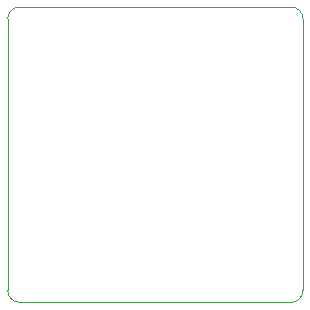
<source format=gbr>
%TF.GenerationSoftware,KiCad,Pcbnew,8.0.6-1.fc41*%
%TF.CreationDate,2024-12-07T12:30:28-05:00*%
%TF.ProjectId,AD5676_breakout,41443536-3736-45f6-9272-65616b6f7574,rev?*%
%TF.SameCoordinates,Original*%
%TF.FileFunction,Profile,NP*%
%FSLAX46Y46*%
G04 Gerber Fmt 4.6, Leading zero omitted, Abs format (unit mm)*
G04 Created by KiCad (PCBNEW 8.0.6-1.fc41) date 2024-12-07 12:30:28*
%MOMM*%
%LPD*%
G01*
G04 APERTURE LIST*
%TA.AperFunction,Profile*%
%ADD10C,0.050000*%
%TD*%
G04 APERTURE END LIST*
D10*
X161500000Y-83500000D02*
G75*
G02*
X162500000Y-84500000I0J-1000000D01*
G01*
X162500000Y-107500000D02*
G75*
G02*
X161500000Y-108500000I-1000000J0D01*
G01*
X138500000Y-108500000D02*
G75*
G02*
X137500000Y-107500000I0J1000000D01*
G01*
X137500000Y-84500000D02*
G75*
G02*
X138500000Y-83500000I1000000J0D01*
G01*
X137500000Y-84500000D02*
X137500000Y-107500000D01*
X138500000Y-108500000D02*
X161500000Y-108500000D01*
X138500000Y-83500000D02*
X161500000Y-83500000D01*
X162500000Y-107500000D02*
X162500000Y-84500000D01*
M02*

</source>
